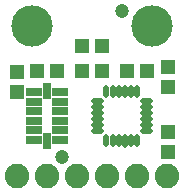
<source format=gbr>
G04 EAGLE Gerber RS-274X export*
G75*
%MOMM*%
%FSLAX34Y34*%
%LPD*%
%INSoldermask Top*%
%IPPOS*%
%AMOC8*
5,1,8,0,0,1.08239X$1,22.5*%
G01*
%ADD10R,1.403200X0.703200*%
%ADD11R,0.703200X1.403200*%
%ADD12R,1.203200X1.303200*%
%ADD13R,1.303200X1.203200*%
%ADD14C,2.082800*%
%ADD15C,3.505200*%
%ADD16C,0.482600*%
%ADD17C,1.203200*%


D10*
X27100Y43500D03*
X27100Y51500D03*
X27100Y59500D03*
X27100Y67500D03*
X27100Y75500D03*
X27100Y83500D03*
D11*
X38100Y84500D03*
D10*
X49100Y83500D03*
X49100Y75500D03*
X49100Y67500D03*
X49100Y59500D03*
X49100Y51500D03*
X49100Y43500D03*
D11*
X38100Y42500D03*
D12*
X12700Y84210D03*
X12700Y101210D03*
D13*
X105800Y101600D03*
X122800Y101600D03*
X67700Y123190D03*
X84700Y123190D03*
X46600Y101600D03*
X29600Y101600D03*
D12*
X140970Y33410D03*
X140970Y50410D03*
X140970Y88020D03*
X140970Y105020D03*
D13*
X67700Y101600D03*
X84700Y101600D03*
D14*
X12700Y12700D03*
X38100Y12700D03*
X63500Y12700D03*
X88900Y12700D03*
X114300Y12700D03*
X139700Y12700D03*
D15*
X127000Y139700D03*
X25400Y139700D03*
D16*
X88592Y45786D02*
X88592Y39690D01*
X93846Y39690D02*
X93846Y45786D01*
X99100Y45786D02*
X99100Y39690D01*
X104100Y39436D02*
X104100Y45532D01*
X109354Y45786D02*
X109354Y39690D01*
X114608Y39690D02*
X114608Y45786D01*
X119314Y50492D02*
X125410Y50492D01*
X125410Y55746D02*
X119314Y55746D01*
X119314Y61000D02*
X125410Y61000D01*
X125410Y66000D02*
X119314Y66000D01*
X119314Y71254D02*
X125410Y71254D01*
X125410Y76508D02*
X119314Y76508D01*
X114608Y81214D02*
X114608Y87310D01*
X109354Y87310D02*
X109354Y81214D01*
X104100Y81214D02*
X104100Y87310D01*
X99100Y87310D02*
X99100Y81214D01*
X93846Y81214D02*
X93846Y87310D01*
X88592Y87310D02*
X88592Y81214D01*
X83886Y76508D02*
X77790Y76508D01*
X77790Y71254D02*
X83886Y71254D01*
X83886Y66000D02*
X77790Y66000D01*
X77790Y61000D02*
X83886Y61000D01*
X83886Y55746D02*
X77790Y55746D01*
X77790Y50492D02*
X83886Y50492D01*
D17*
X101600Y152400D03*
X50800Y29210D03*
M02*

</source>
